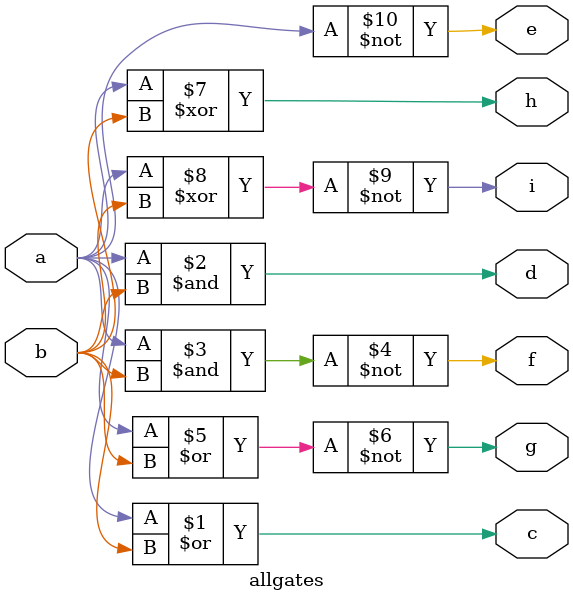
<source format=v>
module allgates(a,b,c,d,e,f,g,h,i);
// Module declaration with inputs (a,b) and outputs (c,d,e,f,g,h,i)

  input a,b;              // Declaring inputs a and b
  output c,d,e,f,g,h,i;   // Declaring outputs c, d, e, f, g, h, i
  or (c,a,b);             // Line 6: OR gate: Output c is the result of a OR b
  and (d,a,b);            // Line 7: AND gate: Output d is the result of a AND b
  not (e,a);              // Line 8: NOT gate: Output e is the complement of a
  nand (f,a,b);           // Line 9: NAND gate: Output f is the result of a NAND b
  nor (g,a,b);            // Line 10: NOR gate: Output g is the result of a NOR b
  xor (h,a,b);            // Line 11: XOR gate: Output h is the result of a XOR b
  xnor (i,a,b);           // Line 12: XNOR gate: Output i is the result of a XNOR b

endmodule


</source>
